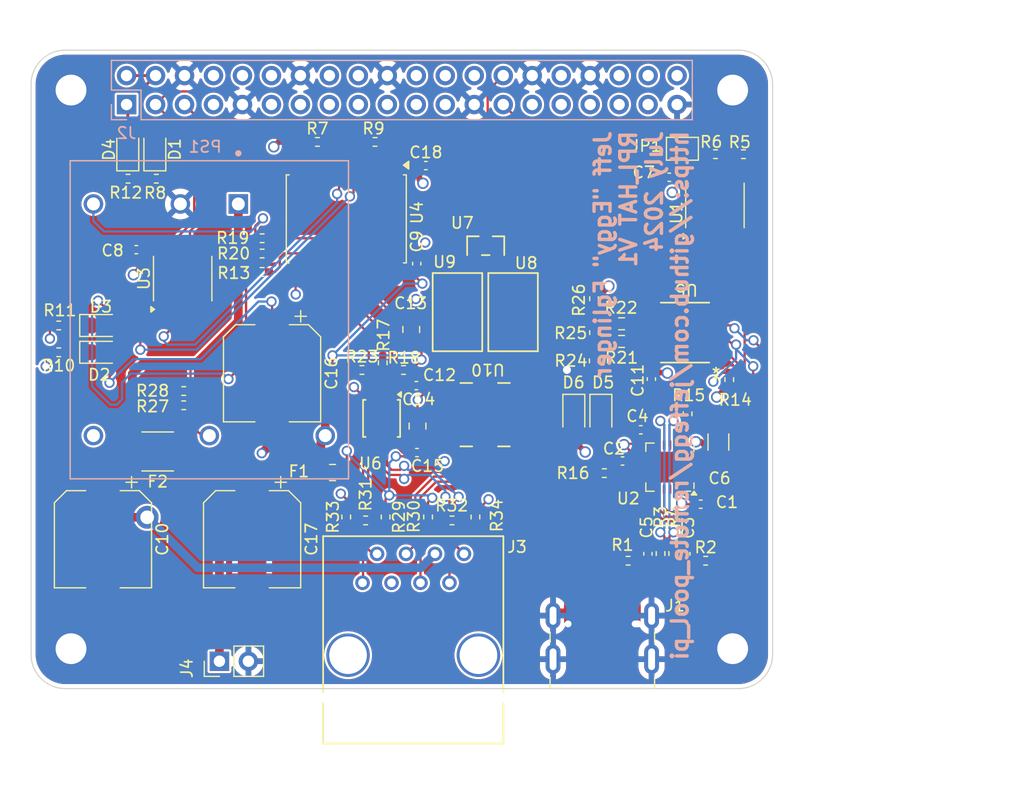
<source format=kicad_pcb>
(kicad_pcb (version 20240108) (generator "pcbnew") (generator_version "8.0")
  (title_block (date "15 nov 2012"))
  (layers (0 "F.Cu" signal) (1 "In1.Cu" signal) (2 "In2.Cu" signal) (31 "B.Cu" signal) (34 "B.Paste" user) (35 "F.Paste" user) (36 "B.SilkS" user "B.Silkscreen") (37 "F.SilkS" user "F.Silkscreen") (38 "B.Mask" user) (39 "F.Mask" user) (44 "Edge.Cuts" user))
  (net 0 "")
  (net 1 "GND")
  (net 2 "/GPIO2{slash}SDA1")
  (net 3 "/GPIO3{slash}SCL1")
  (net 4 "/GPIO4{slash}GPCLK0")
  (net 5 "/GPIO14{slash}TXD0")
  (net 6 "/GPIO15{slash}RXD0")
  (net 7 "/GPIO17")
  (net 8 "/GPIO18{slash}PCM.CLK")
  (net 9 "/GPIO27")
  (net 10 "/GPIO22")
  (net 11 "/GPIO23")
  (net 12 "/GPIO24")
  (net 13 "/GPIO10{slash}SPI0.MOSI")
  (net 14 "/GPIO9{slash}SPI0.MISO")
  (net 15 "/GPIO25")
  (net 16 "/GPIO11{slash}SPI0.SCLK")
  (net 17 "/GPIO8{slash}SPI0.CE0")
  (net 18 "/GPIO7{slash}SPI0.CE1")
  (net 19 "/ID_SDA")
  (net 20 "/ID_SCL")
  (net 21 "/GPIO5")
  (net 22 "/GPIO6")
  (net 23 "/GPIO12{slash}PWM0")
  (net 24 "/GPIO13{slash}PWM1")
  (net 25 "/GPIO19{slash}PCM.FS")
  (net 26 "/GPIO16")
  (net 27 "/GPIO26")
  (net 28 "/GPIO20{slash}PCM.DIN")
  (net 29 "/GPIO21{slash}PCM.DOUT")
  (net 30 "+5V")
  (net 31 "+3.3V")
  (net 32 "/D_P")
  (net 33 "/D_N")
  (net 34 "/GND_ISO")
  (net 35 "/+5V_ISO")
  (net 36 "/+24V_FUSED_CAT")
  (net 37 "/+5V_FUSED_CAT")
  (net 38 "/+24V")
  (net 39 "Net-(D1-K)")
  (net 40 "Net-(D2-K)")
  (net 41 "Net-(D3-K)")
  (net 42 "Net-(D4-K)")
  (net 43 "Net-(D5-K)")
  (net 44 "Net-(D6-K)")
  (net 45 "Net-(J1-CC2)")
  (net 52 "Net-(J1-CC1)")
  (net 53 "/RS485_P")
  (net 54 "/DSCL_N")
  (net 55 "/DSDA_P")
  (net 56 "/DSCL_P")
  (net 57 "/DSDA_N")
  (net 58 "/RS485_N")
  (net 59 "Net-(JP1-A)")
  (net 60 "/TRIM")
  (net 61 "/VR_EN")
  (net 62 "/USB_N")
  (net 63 "/USB_P")
  (net 64 "/SDA_ISO")
  (net 65 "/SCL_ISO")
  (net 66 "Net-(U4-INB)")
  (net 67 "/PWREN")
  (net 68 "/TXLED")
  (net 69 "/RXLED")
  (net 70 "/EN_SW")
  (net 71 "/I2C_EN_ISO")
  (net 72 "/PRO_RS485_N")
  (net 73 "/PRO_RS485_P")
  (net 81 "/RXD")
  (net 83 "/TXD")
  (net 85 "/TXDEN")
  (net 88 "/EN_I2C")
  (net 89 "/FUSED_5V_STATE")
  (net 94 "/R_RS485_N")
  (net 95 "/R_RS485_P")
  (footprint "Capacitor_SMD:CP_Elec_8x10" (layer "F.Cu") (at 121.125 72.3425 -90)
    (property "Reference" "C16")
    (property "Value" "33uF" (hide yes))
  )
  (footprint "Resistor_SMD:R_0402_1005Metric_Pad0.72x0.64mm_HandSolder" (layer "F.Cu") (at 110.975 55.275 180)
    (property "Reference" "R8")
    (property "Value" "270" (hide yes))
  )
  (footprint "MountingHole:MountingHole_2.7mm_M2.5" (layer "F.Cu") (at 161.5 47.5)
    (property "Reference" "MH2" (hide yes))
    (property "Value" "MountingHole_2.7mm_M2.5" (hide yes))
  )
  (footprint "Fuse:Fuse_0805_2012Metric_Pad1.15x1.40mm_HandSolder" (layer "F.Cu") (at 126.425 81.05)
    (property "Reference" "F1")
    (property "Value" "Polyfuse_Small" (hide yes))
  )
  (footprint "Resistor_SMD:R_0402_1005Metric_Pad0.72x0.64mm_HandSolder" (layer "F.Cu") (at 108.5 55.275)
    (property "Reference" "R12")
    (property "Value" "270" (hide yes))
  )
  (footprint "Capacitor_SMD:C_0402_1005Metric_Pad0.74x0.62mm_HandSolder" (layer "F.Cu") (at 154.375 72.85 -90)
    (property "Reference" "C11")
    (property "Value" "0.1uF" (hide yes))
  )
  (footprint "Capacitor_SMD:C_0402_1005Metric_Pad0.74x0.62mm_HandSolder" (layer "F.Cu") (at 133.8075 62.725 90)
    (property "Reference" "C9")
    (property "Value" "0.1uF" (hide yes))
  )
  (footprint "Package_DFN_QFN:QFN-20-1EP_4x4mm_P0.5mm_EP2.5x2.5mm" (layer "F.Cu") (at 156 80.575 180)
    (property "Reference" "U2")
    (property "Value" "FT231XQ" (hide yes))
  )
  (footprint "Capacitor_SMD:C_1206_3216Metric_Pad1.33x1.80mm_HandSolder" (layer "F.Cu") (at 160.25 78.375 90)
    (property "Reference" "C6")
    (property "Value" "4.7uF" (hide yes))
  )
  (footprint "Package_SO:SOIC-8_3.9x4.9mm_P1.27mm" (layer "F.Cu") (at 113.29 64.035 90)
    (property "Reference" "U3")
    (property "Value" "PCA9536D" (hide yes))
  )
  (footprint "footprints:IC3_2038-15-SM-RPLF_BRN" (layer "F.Cu") (at 139.8 75.975 180)
    (property "Reference" "U10")
    (property "Value" "2038-15-SM-RPLF" (hide yes))
  )
  (footprint "Capacitor_SMD:C_0402_1005Metric_Pad0.74x0.62mm_HandSolder" (layer "F.Cu") (at 158.7 83.825)
    (property "Reference" "C1")
    (property "Value" "0.1uF" (hide yes))
  )
  (footprint "Resistor_SMD:R_0402_1005Metric_Pad0.72x0.64mm_HandSolder" (layer "F.Cu") (at 157.55 75.9 -90)
    (property "Reference" "R15")
    (property "Value" "270" (hide yes))
  )
  (footprint "Resistor_SMD:R_0402_1005Metric_Pad0.72x0.64mm_HandSolder" (layer "F.Cu") (at 102.425 68.15 180)
    (property "Reference" "R11")
    (property "Value" "270" (hide yes))
  )
  (footprint "Package_SO:SOIC-16W_7.5x10.3mm_P1.27mm" (layer "F.Cu") (at 127.63 58.8 -90)
    (property "Reference" "U4")
    (property "Value" "ISO1642DWR" (hide yes))
  )
  (footprint "Resistor_SMD:R_0402_1005Metric_Pad0.72x0.64mm_HandSolder" (layer "F.Cu") (at 129.325 85.25 180)
    (property "Reference" "R31")
    (property "Value" "120" (hide yes))
  )
  (footprint "Capacitor_SMD:C_0402_1005Metric_Pad0.74x0.62mm_HandSolder" (layer "F.Cu") (at 133.825 79.3)
    (property "Reference" "C15")
    (property "Value" "0.1uF" (hide yes))
  )
  (footprint "Resistor_SMD:R_0402_1005Metric_Pad0.72x0.64mm_HandSolder" (layer "F.Cu") (at 155.179 88.155 90)
    (property "Reference" "R3")
    (property "Value" "27" (hide yes))
  )
  (footprint "LED_SMD:LED_0805_2012Metric_Pad1.15x1.40mm_HandSolder" (layer "F.Cu") (at 110.85 52.725 90)
    (property "Reference" "D1")
    (property "Value" "LED" (hide yes))
  )
  (footprint "Resistor_SMD:R_0402_1005Metric_Pad0.72x0.64mm_HandSolder" (layer "F.Cu") (at 159.1355 88.785)
    (property "Reference" "R2")
    (property "Value" "5.1k" (hide yes))
  )
  (footprint "Jumper:SolderJumper-2_P1.3mm_Open_Pad1.0x1.5mm" (layer "F.Cu") (at 157.095 52.65 180)
    (property "Reference" "JP1")
    (property "Value" "SolderJumper_2_Open" (hide yes))
  )
  (footprint "Resistor_SMD:R_0402_1005Metric_Pad0.72x0.64mm_HandSolder" (layer "F.Cu") (at 120.2525 60.5)
    (property "Reference" "R19")
    (property "Value" "DNI" (hide yes))
  )
  (footprint "Capacitor_SMD:C_0402_1005Metric_Pad0.74x0.62mm_HandSolder" (layer "F.Cu") (at 109.225 61.5 180)
    (property "Reference" "C8")
    (property "Value" "0.1uF" (hide yes))
  )
  (footprint "Capacitor_SMD:C_0402_1005Metric_Pad0.74x0.62mm_HandSolder" (layer "F.Cu") (at 157.4 88.175 90)
    (property "Reference" "C3")
    (property "Value" "47pF" (hide yes))
  )
  (footprint "LED_SMD:LED_0805_2012Metric_Pad1.15x1.40mm_HandSolder" (layer "F.Cu") (at 149.95 76.05 -90)
    (property "Reference" "D5")
    (property "Value" "LED" (hide yes))
  )
  (footprint "Package_SO:TSSOP-10_3x3mm_P0.5mm" (layer "F.Cu") (at 130.725 76.3 -90)
    (property "Reference" "U6")
    (property "Value" "PCA9615DP" (hide yes))
  )
  (footprint "Capacitor_SMD:C_0805_2012Metric" (layer "F.Cu") (at 133.875 76.975 90)
    (property "Reference" "C14")
    (property "Value" "1uF" (hide yes))
  )
  (footprint "Capacitor_SMD:C_0402_1005Metric_Pad0.74x0.62mm_HandSolder" (layer "F.Cu") (at 154.0735 88.175 90)
    (property "Reference" "C5")
    (property "Value" "47pF" (hide yes))
  )
  (footprint "Fuse:Fuse_1812_4532Metric_Pad1.30x3.40mm_HandSolder" (layer "F.Cu") (at 111.1 79.2 180)
    (property "Reference" "F2")
    (property "Value" "Polyfuse_Small" (hide yes))
  )
  (footprint "Resistor_SMD:R_0402_1005Metric_Pad0.72x0.64mm_HandSolder" (layer "F.Cu") (at 136.9 85.25)
    (property "Reference" "R32")
    (property "Value" "120" (hide yes))
  )
  (footprint "Resistor_SMD:R_0402_1005Metric_Pad0.72x0.64mm_HandSolder" (layer "F.Cu") (at 159.995 53.125)
    (property "Reference" "R6")
    (property "Value" "3.9k" (hide yes))
  )
  (footprint "Resistor_SMD:R_0402_1005Metric_Pad0.72x0.64mm_HandSolder" (layer "F.Cu") (at 127.625 84.9475 90)
    (property "Reference" "R33")
    (property "Value" "600" (hide yes))
  )
  (footprint "Package_SO:SOIC-8_3.9x4.9mm_P1.27mm" (layer "F.Cu") (at 159.945 57.625 90)
    (property "Reference" "U1")
    (property "Value" "CAT24C256" (hide yes))
  )
  (footprint "Resistor_SMD:R_0402_1005Metric_Pad0.72x0.64mm_HandSolder" (layer "F.Cu") (at 120.25 63.45 180)
    (property "Reference" "R13")
    (property "Value" "100k" (hide yes))
  )
  (footprint "Connector_USB:USB_C_Receptacle_JAE_DX07S016JA1R1500" (layer "F.Cu") (at 150.075 96.275)
    (property "Reference" "J1")
    (property "Value" "USB_C_Receptacle_USB2.0_16P" (hide yes))
  )
  (footprint "Resistor_SMD:R_0402_1005Metric_Pad0.72x0.64mm_HandSolder" (layer "F.Cu") (at 132.6475 72.055 180)
    (property "Reference" "R18")
    (property "Value" "4.7k" (hide yes))
  )
  (footprint "footprints:TBU-CA065-200-WH" (layer "F.Cu") (at 137.375 66.9807 -90)
    (property "Reference" "U9")
    (property "Value" "TBU-CA065-200-WH" (hide yes))
  )
  (footprint "Resistor_SMD:R_0402_1005Metric_Pad0.72x0.64mm_HandSolder" (layer "F.Cu") (at 149.35 68.7725 90)
    (property "Reference" "R25")
    (property "Value" "120" (hide yes))
  )
  (footprint "Resistor_SMD:R_0402_1005Metric_Pad0.72x0.64mm_HandSolder" (layer "F.Cu") (at 149.35 65.8 90)
    (property "Reference" "R26")
    (property "Value" "DNI" (hide yes))
  )
  (footprint "Resistor_SMD:R_0402_1005Metric_Pad0.72x0.64mm_HandSolder" (layer "F.Cu") (at 129.0025 72.055)
    (property "Reference" "R23")
    (property "Value" "4.7K" (hide yes))
  )
  (footprint "Resistor_SMD:R_0402_1005Metric_Pad0.72x0.64mm_HandSolder" (layer "F.Cu") (at 161.2025 72.9 90)
    (property "Reference" "R14")
    (property "Value" "10k" (hide yes))
  )
  (footprint "Resistor_SMD:R_0402_1005Metric_Pad0.72x0.64mm_HandSolder" (layer "F.Cu") (at 130.825 71.425 90)
    (property "Reference" "R17")
    (property "Value" "DNI" (hide yes))
  )
  (footprint "MountingHole:MountingHole_2.7mm_M2.5" (layer "F.Cu") (at 103.5 96.5)
    (property "Reference" "MH3" (hide yes))
    (property "Value" "MountingHole_2.7mm_M2.5" (hide yes))
  )
  (footprint "Capacitor_SMD:CP_Elec_8x10" (layer "F.Cu") (at 106.3 86.9 -90)
    (property "Reference" "C10")
    (property "Value" "33uF" (hide yes))
  )
  (footprint "MountingHole:MountingHole_2.7mm_M2.5" (layer "F.Cu") (at 103.5 47.5)
    (property "Reference" "MH1" (hide yes))
    (property "Value" "MountingHole_2.7mm_M2.5" (hide yes))
  )
  (footprint "Resistor_SMD:R_0402_1005Metric_Pad0.72x0.64mm_HandSolder" (layer "F.Cu") (at 150.2525 81.1)
    (property "Reference" "R16")
    (property "Value" "270" (hide yes))
  )
  (footprint "Capacitor_SMD:C_0402_1005Metric_Pad0.74x0.62mm_HandSolder" (layer "F.Cu") (at 133.775 73.425)
    (property "Reference" "C12")
    (property "Value" "0.1uF" (hide yes))
  )
  (footprint "Resistor_SMD:R_0402_1005Metric_Pad0.72x0.64mm_HandSolder" (layer "F.Cu") (at 113.3775 73.9 180)
    (property "Reference" "R28")
    (property "Value" "DNI" (hide yes))
  )
  (footprint "Connector_PinHeader_2.54mm:PinHeader_1x02_P2.54mm_Vertical" (layer "F.Cu") (at 116.51 97.6 90)
    (property "Reference" "J4")
    (property "Value" "Screw_Terminal_01x02" (hide yes))
  )
  (footprint "LED_SMD:LED_0805_2012Metric_Pad1.15x1.40mm_HandSolder" (layer "F.Cu") (at 106.125 70.5)
    (property "Reference" "D2")
    (property "Value" "LED" (hide yes))
  )
  (footprint "Resistor_SMD:R_0402_1005Metric_Pad0.72x0.64mm_HandSolder" (layer "F.Cu") (at 156.2945 88.155 90)
    (property "Reference" "R4")
    (property "Value" "27" (hide yes))
  )
  (footprint "Resistor_SMD:R_0402_1005Metric_Pad0.72x0.64mm_HandSolder" (layer "F.Cu") (at 120.2525 61.8375)
    (property "Reference" "R20")
    (property "Value" "DNI" (hide yes))
  )
  (footprint "Resistor_SMD:R_0603_1608Metric_Pad0.98x0.95mm_HandSolder" (layer "F.Cu") (at 151.7625 68 180)
    (property "Reference" "R22")
    (property "Value" "10" (hide yes))
  )
  (footprint "Capacitor_SMD:C_0402_1005Metric_Pad0.74x0.62mm_HandSolder" (layer "F.Cu") (at 155.945 55.15 180)
    (property "Reference" "C7")
    (property "Value" "0.1uF" (hide yes))
  )
  (footprint "Resistor_SMD:R_0402_1005Metric_Pad0.72x0.64mm_HandSolder" (layer "F.Cu") (at 149.325 71.25 90)
    (property "Reference" "R24")
    (property "Value" "DNI" (hide yes))
  )
  (footprint "Resistor_SMD:R_0402_1005Metric_Pad0.72x0.64mm_HandSolder" (layer "F.Cu") (at 102.425 70.5 180)
    (property "Reference" "R10")
    (property "Value" "270" (hide yes))
  )
  (footprint "Resistor_SMD:R_0603_1608Metric_Pad0.98x0.95mm_HandSolder" (layer "F.Cu") (at 151.7625 69.55 180)
    (property "Reference" "R21")
    (property "Value" "10" (hide yes))
  )
  (footprint "Capacitor_SMD:C_0402_1005Metric_Pad0.74x0.62mm_HandSolder" (layer "F.Cu") (at 153.45 77.3 180)
    (property "Reference" "C4")
    (property "Value" "0.1uF" (hide yes))
  )
  (footprint "Resistor_SMD:R_0402_1005Metric_Pad0.72x0.64mm_HandSolder" (layer "F.Cu") (at 152.338 88.785 180)
    (property "Reference" "R1")
    (property "Value" "5.1k" (hide yes))
  )
  (footprint "LED_SMD:LED_0805_2012Metric_Pad1.15x1.40mm_HandSolder" (layer "F.Cu") (at 106.125 68.15)
    (property "Reference" "D3")
    (property "Value" "LED" (hide yes))
  )
  (footprint "MountingHole:MountingHole_2.7mm_M2.5" (layer "F.Cu") (at 161.5 96.5)
    (property "Reference" "MH4" (hide yes))
    (property "Value" "MountingHole_2.7mm_M2.5" (hide yes))
  )
  (footprint "Capacitor_SMD:C_0805_2012Metric" (layer "F.Cu") (at 133.325 68.5 90)
    (property "Reference" "C13")
    (property "Value" "1uF" (hide yes))
  )
  (footprint "footprints:TBU-CA065-200-WH" (layer "F.Cu") (at 142.25 66.9807 -90)
    (property "Reference" "U8")
    (property "Value" "TBU-CA065-200-WH" (hide yes))
  )
  (footprint "Resistor_SMD:R_0402_1005Metric_Pad0.72x0.64mm_HandSolder" (layer "F.Cu") (at 134.8 84.9475 -90)
    (property "Reference" "R30")
    (property "Value" "600" (hide yes))
  )
  (footprint "Resistor_SMD:R_0402_1005Metric_Pad0.72x0.64mm_HandSolder" (layer "F.Cu") (at 113.3775 75.15)
    (property "Reference" "R27")
    (property "Value" "DNI" (hide yes))
  )
  (footprint "Capacitor_SMD:CP_Elec_8x10" (layer "F.Cu") (at 119.375 86.9 -90)
    (property "Reference" "C17")
    (property "Value" "DNI-33uF" (hide yes))
  )
  (footprint "footprints:SOT_SM712" (layer "F.Cu") (at 139.850001 61.1525)
    (property "Reference" "U7")
    (property "Value" "CDSOT23-SM712" (hide yes))
  )
  (footprint "LED_SMD:LED_0805_2012Metric_Pad1.15x1.40mm_HandSolder" (layer "F.Cu") (at 147.5775 76.05 -90)
    (property "Reference" "D6")
    (property "Value" "LED" (hide yes))
  )
  (footprint "Capacitor_SMD:C_0402_1005Metric_Pad0.74x0.62mm_HandSolder" (layer "F.Cu") (at 151.85 80.0375 180)
    (property "Reference" "C2")
    (property "Value" "0.1uF" (hide yes))
  )
  (footprint "LED_SMD:LED_0805_2012Metric_Pad1.15x1.40mm_HandSolder" (layer "F.Cu") (at 108.4775 52.725 90)
    (property "Reference" "D4")
    (property "Value" "LED" (hide yes))
  )
  (footprint "Resistor_SMD:R_0402_1005Metric_Pad0.72x0.64mm_HandSolder" (layer "F.Cu") (at 125.1025 52.05)
    (property "Reference" "R7")
    (property "Value" "4.7k" (hide yes))
  )
  (footprint "Resistor_SMD:R_0402_1005Metric_Pad0.72x0.64mm_HandSolder" (layer "F.Cu") (at 162.445 53.125 180)
    (property "Reference" "R5")
    (property "Value" "3.9k" (hide yes))
  )
  (footprint "Capacitor_SMD:C_0402_1005Metric_Pad0.74x0.62mm_HandSolder" (layer "F.Cu") (at 134.6075 54.125)
    (property "Reference" "C18")
    (property "Value" "0.1uF" (hide yes))
  )
  (footprint "footprints:CONN8_2-908LF_AMP" (layer "F.Cu") (at 129.055 90.721)
    (property "Reference" "J3")
    (property "Value" "8P8C" (hide yes))
  )
  (footprint "Resistor_SMD:R_0402_1005Metric_Pad0.72x0.64mm_HandSolder" (layer "F.Cu") (at 130.1475 52.05 180)
    (property "Reference" "R9")
    (property "Value" "4.7k" (hide yes))
  )
  (footprint "Resistor_SMD:R_0402_1005Metric_Pad0.72x0.64mm_HandSolder" (layer "F.Cu") (at 138.95 84.9475 90)
    (property "Reference" "R34")
    (property "Value" "600" (hide yes))
  )
  (footprint "Resistor_SMD:R_0402_1005Metric_Pad0.72x0.64mm_HandSolder" (layer "F.Cu") (at 131.075 84.9475 -90)
    (property "Reference" "R29")
    (property "Value" "600" (hide yes))
  )
  (footprint "footprints:R_8_ADI" (layer "F.Cu") (at 157.325 68.775 180)
    (property "Reference" "U5")
    (property "Value" "ADM3485ARZ" (hide yes))
  )
  (footprint "Connector_PinSocket_2.54mm:PinSocket_2x20_P2.54mm_Vertical" (layer "B.Cu") (at 108.37 48.77 -90)
    (property "Reference" "J2")
    (property "Value" "Conn_02x20_Odd_Even" (hide yes))
  )
  (footprint "footprints:CONV_SHHD003A0A41Z" (layer "B.Cu") (at 115.625 67.65 180)
    (property "Reference" "PS1")
    (property "Value" "SHHD003A0A41Z" (hide yes))
  )
  (gr_arc (start 162 44) (mid 164.12132 44.87868) (end 165 47) (stroke (width 0.1)) (layer "Edge.Cuts"))
  (gr_line (start 165 97) (end 165 47) (stroke (width 0.1)) (layer "Edge.Cuts"))
  (gr_arc (start 103 100) (mid 100.87868 99.12132) (end 100 97) (stroke (width 0.1)) (layer "Edge.Cuts"))
  (gr_line (start 103 100) (end 162 100) (stroke (width 0.1)) (layer "Edge.Cuts"))
  (gr_arc (start 165 97) (mid 164.12132 99.12132) (end 162 100) (stroke (width 0.1)) (layer "Edge.Cuts"))
  (gr_arc (start 100 47) (mid 100.87868 44.87868) (end 103 44) (stroke (width 0.1)) (layer "Edge.Cuts"))
  (gr_line (start 100 47) (end 100 97) (stroke (width 0.1)) (layer "Edge.Cuts"))
  (gr_line (start 162 44) (end 103 44) (stroke (width 0.1)) (layer "Edge.Cuts"))
  (gr_text "Jeff {dblquote}Eggy{dblquote} Eglinger\nRPI_HAT V1\nJuly 2024\nhttps://github.com/jeffegg/remote_pool_pi" (at 157.696943 50.935195 90) (layer "B.SilkS") (effects (font (size 1.4 1.4) (thickness 0.3) (bold yes)) (justify left bottom mirror)))
  (segment (start 154.0625 80.575) (end 156 80.575) (width 0.2) (layer "F.Cu") (net 1))
  (segment (start 147.1775 71.8475) (end 146.975 72.05) (width 0.2) (layer "F.Cu") (net 1))
  (segment (start 157.9375 80.575) (end 156 80.575) (width 0.2) (layer "F.Cu") (net 1))
  (segment (start 149.325 71.8475) (end 147.1775 71.8475) (width 0.2) (layer "F.Cu") (net 1))
  (via (at 146.975 72.05) (size 1) (drill 0.7) (layers "F.Cu" "B.Cu") (net 1))
  (segment (start 112.655 60.585001) (end 114.3 58.940001) (width 0.2) (layer "F.Cu") (net 2))
  (segment (start 112.655 61.56) (end 112.655 60.585001) (width 0.2) (layer "F.Cu") (net 2))
  (segment (start 114.6 49.354314) (end 114.6 48.293654) (width 0.2) (layer "F.Cu") (net 2))
  (segment (start 114.6 48.293654) (end 113.926346 47.62) (width 0.2) (layer "F.Cu") (net 2))
  (segment (start 127.75 52.05) (end 126.35 50.65) (width 0.2) (layer "F.Cu") (net 2))
  (segment (start 115.895686 50.65) (end 114.6 49.354314) (width 0.2) (layer "F.Cu") (net 2))
  (segment (start 129.55 52.05) (end 127.75 52.05) (width 0.2) (layer "F.Cu") (net 2))
  (segment (start 114.3 58.940001) (end 114.3 52.16) (width 0.2) (layer "F.Cu") (net 2))
  (segment (start 112.06 47.62) (end 110.91 48.77) (width 0.2) (layer "F.Cu") (net 2))
  (segment (start 129.535 54.15) (end 129.535 52.065) (width 0.2) (layer "F.Cu") (net 2))
  (segment (start 129.535 52.065) (end 129.55 52.05) (width 0.2) (layer "F.Cu") (net 2))
  (segment (start 113.926346 47.62) (end 112.06 47.62) (width 0.2) (layer "F.Cu") (net 2))
  (segment (start 114.3 52.16) (end 110.91 48.77) (width 0.2) (layer "F.Cu") (net 2))
  (segment (start 126.35 50.65) (end 115.895686 50.65) (width 0.2) (layer "F.Cu") (net 2))
  (segment (start 113.925 59.880687) (end 114.7 59.105686) (width 0.2) (layer "F.Cu") (net 3))
  (segment (start 115.73 51.05) (end 113.45 48.77) (width 0.2) (layer "F.Cu") (net 3))
  (segment (start 125.517472 52.05) (end 124.517472 51.05) (width 0.2) (layer "F.Cu") (net 3))
  (segment (start 114.7 50.02) (end 113.45 48.77) (width 0.2) (layer "F.Cu") (net 3))
  (segment (start 113.925 61.56) (end 113.925 59.880687) (width 0.2) (layer "F.Cu") (net 3))
  (segment (start 114.7 59.105686) (end 114.7 50.02) (width 0.2) (layer "F.Cu") (net 3))
  (segment (start 125.7 52.05) (end 125.517472 52.05) (width 0.2) (layer "F.Cu") (net 3))
  (segment (start 124.517472 51.05) (end 115.73 51.05) (width 0.2) (layer "F.Cu") (net 3))
  (segment (start 125.725 52.075) (end 125.7 52.05) (width 0.2) (layer "F.Cu") (net 3))
  (segment (start 125.725 54.15) (end 125.725 52.075) (width 0.2) (layer "F.Cu") (net 3))
  (segment (start 161.8475 55.1475) (end 161.85 55.15) (width 0.2) (layer "F.Cu") (net 19))
  (segment (start 161.8475 53.125) (end 159.7475 51.025) (width 0.2) (layer "F.Cu") (net 19))
  (segment (start 143.645 51.025) (end 141.39 48.77) (width 0.2) (layer "F.Cu") (net 19))
  (segment (start 161.8475 53.125) (end 161.8475 55.1475) (width 0.2) (layer "F.Cu") (net 19))
  (segment (start 159.7475 51.025) (end 143.645 51.025) (width 0.2) (layer "F.Cu") (net 19))
  (segment (start 140.025 47.595) (end 141.39 46.23) (width 0.2) (layer "F.Cu") (net 20))
  (segment (start 160.5925 53.125) (end 160.5925 55.1375) (width 0.2) (layer "F.Cu") (net 20))
  (segment (start 141.35 51.425) (end 140.025 50.1) (width 0.2) (layer "F.Cu") (net 20))
  (segment (start 160.5925 53.125) (end 158.8925 51.425) (width 0.2) (layer "F.Cu") (net 20))
  (segment (start 140.025 50.1) (end 140.025 47.595) (width 0.2) (layer "F.Cu") (net 20))
  (segment (start 158.8925 51.425) (end 141.35 51.425) (width 0.2) (layer "F.Cu") (net 20))
  (segment (start 160.5925 55.1375) (end 160.58 55.15) (width 0.2) (layer "F.Cu") (net 20))
  (segment (start 109.733 47.407) (end 110.91 46.23) (width 0.254) (layer "F.Cu") (net 30))
  (segment (start 110.85 51.7) (end 109.733 50.583) (width 0.254) (layer "F.Cu") (net 30))
  (segment (start 108.37 46.23) (end 110.91 46.23) (width 0.254) (layer "F.Cu") (net 30))
  (segment (start 109.733 50.583) (end 109.733 47.407) (width 0.254) (layer "F.Cu") (net 30))
  (segment (start 134.015 54.15) (end 134.04 54.125) (width 0.5) (layer "F.Cu") (net 31))
  (segment (start 154.0175 77.3) (end 154.0175 78.0075) (width 0.2) (layer "F.Cu") (net 31))
  (segment (start 154.0625 79.575) (end 152.88 79.575) (width 0.2) (layer "F.Cu") (net 31))
  (segment (start 132.075 54.15) (end 132.075 52.45) (width 0.5) (layer "F.Cu") (net 31))
  (segment (start 159.8 56.625) (end 158.540001 56.625) (width 0.2) (layer "F.Cu") (net 31))
  (segment (start 157 83.75) (end 157 83.905) (width 0.2) (layer "F.Cu") (net 31))
  (segment (start 154.375 71.1662) (end 154.8612 70.68) (width 0.5) (layer "F.Cu") (net 31))
  (segment (start 160.25 79.9375) (end 160.25 79.875) (width 0.5) (layer "F.Cu") (net 31))
  (segment (start 159.85 56.575) (end 159.8 56.625) (width 0.2) (layer "F.Cu") (net 31))
  (segment (start 152.05 78.525) (end 151.975 78.6) (width 0.2) (layer "F.Cu") (net 31))
  (segment (start 158.540001 56.625) (end 158.04 56.124999) (width 0.2) (layer "F.Cu") (net 31))
  (segment (start 147.5775 77.075) (end 147.5775 78.2525) (width 0.5) (layer "F.Cu") (net 31))
  (segment (start 156.445 55.0825) (end 156.5125 55.15) (width 0.2) (layer "F.Cu") (net 31))
  (segment (start 157.125 83.825) (end 158.1325 83.825) (width 0.2) (layer "F.Cu") (net 31))
  (segment (start 158.925 78.55) (end 158.725 78.35) (width 0.5) (layer "F.Cu") (net 31))
  (segment (start 159.975 56.45) (end 159.8 56.625) (width 0.2) (layer "F.Cu") (net 31))
  (segment (start 108.4775 51.7) (end 108.4775 48.8775) (width 0.254) (layer "F.Cu") (net 31))
  (segment (start 157 82.6925) (end 158.1325 83.825) (width 0.2) (layer "F.Cu") (net 31))
  (segment (start 158.725 78.35) (end 158.275 78.35) (width 0.5) (layer "F.Cu") (net 31))
  (segment (start 153.5 78.525) (end 152.05 78.525) (width 0.2) (layer "F.Cu") (net 31))
  (segment (start 161.2025 73.4975) (end 161.0275 73.4975) (width 0.5) (layer "F.Cu") (net 31))
  (segment (start 109.8525 61.56) (end 109.7925 61.5) (width 0.5) (layer "F.Cu") (net 31))
  (segment (start 152.4175 80.0375) (end 152.4175 79.0425) (width 0.2) (layer "F.Cu") (net 31))
  (segment (start 149.95 77.075) (end 147.5775 77.075) (width 0.5) (layer "F.Cu") (net 31))
  (segment (start 108.4775 48.8775) (end 108.37 48.77) (width 0.254) (layer "F.Cu") (net 31))
  (segment (start 159.975 53.7025) (end 159.975 56.45) (width 0.2) (layer "F.Cu") (net 31))
  (segment (start 154.375 72.2825) (end 155.7325 72.2825) (width 0.5) (layer "F.Cu") (net 31))
  (segment (start 134.04 54.125) (end 134.04 55.365) (width 0.5) (layer "F.Cu") (net 31))
  (segment (start 159.8 56.625) (end 162.675 56.625) (width 0.2) (layer "F.Cu") (net 31))
  (segment (start 163.0425 56.2575) (end 163.0425 53.125) (width 0.2) (layer "F.Cu") (net 31))
  (segment (start 155 78.2825) (end 154.0175 77.3) (width 0.2) (layer "F.Cu") (net 31))
  (segment (start 152.88 79.575) (end 152.4175 80.0375) (width 0.2) (layer "F.Cu") (net 31))
  (segment (start 159.3975 53.125) (end 159.975 53.7025) (width 0.2) (layer "F.Cu") (net 31))
  (segment (start 156.5125 55.15) (end 158.04 55.15) (width 0.2) (layer "F.Cu") (net 31))
  (segment (start 161.0275 73.4975) (end 160.1 74.425) (width 0.5) (layer "F.Cu") (net 31))
  (segment (start 156.5125 56.1625) (end 156.2 56.475) (width 0.2) (layer "F.Cu") (net 31))
  (segment (start 157.025 83.725) (end 157.125 83.825) (width 0.2) (layer "F.Cu") (net 31))
  (segment (start 152.455 80.075) (end 152.4175 80.0375) (width 0.2) (layer "F.Cu") (net 31))
  (segment (start 162.675 56.625) (end 163.0425 56.2575) (width 0.2) (layer "F.Cu") (net 31))
  (segment (start 121.7 52.05) (end 121.275 52.475) (width 0.5) (layer "F.Cu") (net 31))
  (segment (start 150.1475 65.2025) (end 150.65 64.7) (width 0.5) (layer "F.Cu") (net 31))
  (segment (start 154.0175 78.0075) (end 153.5 78.525) (width 0.2) (layer "F.Cu") (net 31))
  (segment (start 160.25 79.875) (end 158.925 78.55) (width 0.5) (layer "F.Cu") (net 31))
  (segment (start 109.7925 62.8825) (end 108.975 63.7) (width 0.5) (layer "F.Cu") (net 31))
  (segment (start 124.505 52.05) (end 121.7 52.05) (width 0.5) (layer "F.Cu") (net 31))
  (segment (start 147.5775 78.2525) (end 148.575 79.25) (width 0.5) (layer "F.Cu") (net 31))
  (segment (start 152.4175 79.0425) (end 151.975 78.6) (width 0.2) (layer "F.Cu") (net 31))
  (segment (start 155.7325 72.2825) (end 155.775 72.325) (width 0.5) (layer "F.Cu") (net 31))
  (segment (start 158.04 56.124999) (end 158.04 55.15) (width 0.2) (layer "F.Cu") (net 31))
  (segment (start 149.35 65.2025) (end 150.1475 65.2025) (width 0.5) (layer "F.Cu") (net 31))
  (segment (start 155 78.6375) (end 155 78.2825) (width 0.2) (layer "F.Cu") (net 31))
  (segment (start 109.7925 61.5) (end 109.7925 62.8825) (width 0.5) (layer "F.Cu") (net 31))
  (segment (start 156.445 52.65) (end 156.445 55.0825) (width 0.2) (layer "F.Cu") (net 31))
  (segment (start 131.675 52.05) (end 130.745 52.05) (width 0.5) (layer "F.Cu") (net 31))
  (segment (start 157.025 83.725) (end 157 83.75) (width 0.2) (layer "F.Cu") (net 31))
  (segment (start 132.075 52.45) (end 131.675 52.05) (width 0.5) (layer "F.Cu") (net 31))
  (segment (start 154.375 72.2825) (end 154.375 71.1662) (width 0.5) (layer "F.Cu") (net 31))
  (segment (start 156.5125 55.15) (end 156.5125 56.1625) (width 0.2) (layer "F.Cu") (net 31))
  (segment (start 157 82.5125) (end 157 82.6925) (width 0.2) (layer "F.Cu") (net 31))
  (segment (start 132.075 54.15) (end 134.015 54.15) (width 0.5) (layer "F.Cu") (net 31))
  (segment (start 154.0625 80.075) (end 152.455 80.075) (width 0.2) (layer "F.Cu") (net 31))
  (segment (start 134.04 55.365) (end 134.35 55.675) (width 0.5) (layer "F.Cu") (net 31))
  (segment (start 111.385 61.56) (end 109.8525 61.56) (width 0.5) (layer "F.Cu") (net 31))
  (via (at 157.025 83.725) (size 1) (drill 0.7) (layers "F.Cu" "B.Cu") (net 31))
  (via (at 158.275 78.35) (size 1) (drill 0.7) (layers "F.Cu" "B.Cu") (net 31))
  (via (at 156.2 56.475) (size 1) (drill 0.7) (layers "F.Cu" "B.Cu") (net 31))
  (via (at 121.275 52.475) (size 1) (drill 0.7) (layers "F.Cu" "B.Cu") (net 31))
  (via (at 108.975 63.7) (size 1) (drill 0.7) (layers "F.Cu" "B.Cu") (net 31))
  (via (at 160.1 74.425) (size 1) (drill 0.7) (layers "F.Cu" "B.Cu") (net 31))
  (via (at 151.975 78.6) (size 1) (drill 0.7) (layers "F.Cu" "B.Cu") (net 31))
  (via (at 134.35 55.675) (size 1) (drill 0.7) (layers "F.Cu" "B.Cu") (net 31))
  (via (at 155.775 72.325) (size 1) (drill 0.7) (layers "F.Cu" "B.Cu") (net 31))
  (via (at 148.575 79.25) (size 1) (drill 0.7) (layers "F.Cu" "B.Cu") (net 31))
  (via (at 150.65 64.7) (size 1) (drill 0.7) (layers "F.Cu" "B.Cu") (net 31))
  (segment (start 149.8 93.761166) (end 149.8 93.615) (width 0.2) (layer "F.Cu") (net 32))
  (segment (start 156.2945 88.79) (end 155.96175 89.12275) (width 0.2) (layer "F.Cu") (net 32))
  (segment (start 150.325 93.59) (end 150.35 93.615) (width 0.2) (layer "F.Cu") (net 32))
  (segment (start 150.325 93.225) (end 150.325 93.59) (width 0.2) (layer "F.Cu") (net 32))
  (segment (start 156.2945 88.7525) (end 157.39 88.7525) (width 0.2) (layer "F.Cu") (net 32))
  (segment (start 150.325 93.85) (end 150.24546 93.92954) (width 0.2) (layer "F.Cu") (net 32))
  (segment (start 157.39 88.7525) (end 157.4 88.7425) (width 0.2) (layer "F.Cu") (net 32))
  (segment (start 155.96175 89.78145) (end 154.9432 90.8) (width 0.2) (layer "F.Cu") (net 32))
  (segment (start 154.9432 90.8) (end 150.7432 90.8) (width 0.2) (layer "F.Cu") (net 32))
  (segment (start 155.96175 89.12275) (end 155.96175 89.78145) (width 0.2) (layer "F.Cu") (net 32))
  (segment (start 150.7432 90.8) (end 149.8 91.7432) (width 0.2) (layer "F.Cu") (net 32))
  (segment (start 149.968374 93.92954) (end 149.8 93.761166) (width 0.2) (layer "F.Cu") (net 32))
  (segment (start 156.2945 88.7525) (end 156.2945 88.79) (width 0.2) (layer "F.Cu") (net 32))
  (segment (start 150.325 93.225) (end 150.325 93.85) (width 0.2) (layer "F.Cu") (net 32))
  (segment (start 149.8 93.615) (end 149.825 93.59) (width 0.2) (layer "F.Cu") (net 32))
  (segment (start 150.24546 93.92954) (end 149.968374 93.92954) (width 0.2) (layer "F.Cu") (net 32))
  (segment (start 150.35 93.615) (end 150.35 93.725) (width 0.2) (layer "F.Cu") (net 32))
  (segment (start 149.8 92.449999) (end 149.825 92.474999) (width 0.2) (layer "F.Cu") (net 32))
  (segment (start 149.825 93.59) (end 149.825 93.225) (width 0.2) (layer "F.Cu") (net 32))
  (segment (start 149.825 92.474999) (end 149.825 93.225) (width 0.2) (layer "F.Cu") (net 32))
  (segment (start 149.8 91.7432) (end 149.8 92.449999) (width 0.2) (layer "F.Cu") (net 32))
  (segment (start 155.169 88.7425) (end 155.179 88.7525) (width 0.2) (layer "F.Cu") (net 33))
  (segment (start 149.35 91.5568) (end 149.35 92.449999) (width 0.2) (layer "F.Cu") (net 33))
  (segment (start 149.731974 94.32954) (end 150.52046 94.32954) (width 0.2) (layer "F.Cu") (net 33))
  (segment (start 150.52046 94.32954) (end 150.8 94.05) (width 0.2) (layer "F.Cu") (net 33))
  (segment (start 149.35 93.615) (end 149.35 93.947566) (width 0.2) (layer "F.Cu") (net 33))
  (segment (start 149.35 92.449999) (end 149.325 92.474999) (width 0.2) (layer "F.Cu") (net 33))
  (segment (start 149.35 93.947566) (end 149.731974 94.32954) (width 0.2) (layer "F.Cu") (net 33))
  (segment (start 150.8 94.05) (end 150.8 93.615) (width 0.2) (layer "F.Cu") (net 33))
  (segment (start 155.51175 89.12275) (end 155.51175 89.59505) (width 0.2) (layer "F.Cu") (net 33))
  (segment (start 150.5568 90.35) (end 149.35 91.5568) (width 0.2) (layer "F.Cu") (net 33))
  (segment (start 155.179 88.79) (end 155.51175 89.12275) (width 0.2) (layer "F.Cu") (net 33))
  (segment (start 149.325 93.225) (end 149.325 93.59) (width 0.2) (layer "F.Cu") (net 33))
  (segment (start 155.51175 89.59505) (end 154.7568 90.35) (width 0.2) (layer "F.Cu") (net 33))
  (segment (start 154.7568 90.35) (end 150.5568 90.35) (width 0.2) (layer "F.Cu") (net 33))
  (segment (start 154.0735 88.7425) (end 155.169 88.7425) (width 0.2) (layer "F.Cu") (net 33))
  (segment (start 155.179 88.7525) (end 155.179 88.79) (width 0.2) (layer "F.Cu") (net 33))
  (segment (start 150.8 93.615) (end 150.825 93.59) (width 0.2) (layer "F.Cu") (net 33))
  (segment (start 149.325 92.474999) (end 149.325 93.225) (width 0.2) (layer "F.Cu") (net 33))
  (segment (start 149.325 93.59) (end 149.35 93.615) (width 0.2) (layer "F.Cu") (net 33))
  (segment (start 150.825 93.59) (end 150.825 93.225) (width 0.2) (layer "F.Cu") (net 33))
  (segment (start 127.625 84.35) (end 127.625 83.375) (width 0.2) (layer "F.Cu") (net 34))
  (segment (start 121.125 75.5925) (end 121.125 78.45) (width 0.762) (layer "F.Cu") (net 34))
  (segment (start 123.185 63.45) (end 123.185 65.41) (width 0.2) (layer "F.Cu") (net 34))
  (segment (start 134.3425 73.425) (end 134.3425 74.2325) (width 0.2) (layer "F.Cu") (net 34))
  (segment (start 133.325 67.55) (end 133.325 66.225) (width 0.2) (layer "F.Cu") (net 34))
  (segment (start 138.95 84.35) (end 139.15 84.35) (width 0.2) (layer "F.Cu") (net 34))
  (segment (start 129.725 74.15) (end 128.9 74.15) (width 0.2) (layer "F.Cu") (net 34))
  (segment (start 133.325 66.225) (end 133.725 65.825) (width 0.2) (layer "F.Cu") (net 34))
  (segment (start 134.3925 79.3) (end 135.1 79.3) (width 0.2) (layer "F.Cu") (net 34))
  (segment (start 101.65 68.3275) (end 101.8275 68.15) (width 0.2) (layer "F.Cu") (net 34))
  (segment (start 101.275 71.725) (end 101.275 71.0525) (width 0.2) (layer "F.Cu") (net 34))
  (segment (start 133.875 74.7) (end 133.9 74.675) (width 0.2) (layer "F.Cu") (net 34))
  (segment (start 134.3425 74.2325) (end 133.9 74.675) (width 0.2) (layer "F.Cu") (net 34))
  (segment (start 133.875 76.025) (end 133.875 74.7) (width 0.2) (layer "F.Cu") (net 34))
  (segment (start 133.8075 61.6175) (end 134.55 60.875) (width 0.2) (layer "F.Cu") (net 34))
  (segment (start 127.625 83.375) (end 127.15 82.9) (width 0.2) (layer "F.Cu") (net 34))
  (segment (start 135.875 80.075) (end 136.225 80.075) (width 0.2) (layer "F.Cu") (net 34))
  (segment (start 136.225 80.075) (end 136.25 80.05) (width 0.2) (layer "F.Cu") (net 34))
  (segment (start 101.65 69.3) (end 101.65 68.3275) (width 0.2) (layer "F.Cu") (net 34))
  (segment (start 135.1 79.3) (end 135.875 80.075) (width 0.2) (layer "F.Cu") (net 34))
  (segment (start 123.185 65.41) (end 123.2 65.425) (width 0.2) (layer "F.Cu") (net 34))
  (segment (start 133.8075 62.1575) (end 133.8075 61.6175) (width 0.2) (layer "F.Cu") (net 34))
  (segment (start 121.125 78.45) (end 120.225 79.35) (width 0.762) (layer "F.Cu") (net 34))
  (segment (start 128.9 74.15) (end 128.3 73.55) (width 0.2) (layer "F.Cu") (net 34))
  (segment (start 139.15 84.35) (end 140.1 83.4) (width 0.2) (layer "F.Cu") (net 34))
  (segment (start 101.275 71.0525) (end 101.8275 70.5) (width 0.2) (layer "F.Cu") (net 34))
  (via (at 134.55 60.875) (size 0.9) (drill 0.6) (layers "F.Cu" "B.Cu") (net 34))
  (via (at 140.1 83.4) (size 0.9) (drill 0.6) (layers "F.Cu" "B.Cu") (net 34))
  (via (at 101.275 71.725) (size 0.9) (drill 0.6) (layers "F.Cu" "B.Cu") (net 34))
  (via (at 123.2 65.425) (size 0.9) (drill 0.6) (layers "F.Cu" "B.Cu") (net 34))
  (via (at 128.3 73.55) (size 0.9) (drill 0.6) (layers "F.Cu" "B.Cu") (net 34))
  (via (at 101.65 69.3) (size 0.9) (drill 0.6) (layers "F.Cu" "B.Cu") (net 34))
  (via (at 133.9 74.675) (size 0.9) (drill 0.6) (layers "F.Cu" "B.Cu") (net 34))
  (via (at 133.725 65.825) (size 0.9) (drill 0.6) (layers "F.Cu" "B.Cu") (net 34))
  (via (at 120.225 79.35) (size 0.9) (drill 0.6) (layers "F.Cu" "B.Cu") (net 34))
  (via (at 127.15 82.9) (size 0.9) (drill 0.6) (layers "F.Cu" "B.Cu") (net 34))
  (via (at 136.25 80.05) (size 0.9) (drill 0.6) (layers "F.Cu" "B.Cu") (net 34))
  (segment (start 133.32 72.055) (end 134.225 71.15) (width 0.2) (layer "F.Cu") (net 35))
  (segment (start 132.075 63.45) (end 133.65 63.45) (width 0.2) (layer "F.Cu") (net 35))
  (segment (start 121.125 66.1) (end 121.075 66.05) (width 0.2) (layer "F.Cu") (net 35))
  (segment (start 133.8075 63.9825) (end 134.3 64.475) (width 0.2) (layer "F.Cu") (net 35))
  (segment (start 126.425 73.1125) (end 125.785 73.7525) (width 0.2) (layer "F.Cu") (net 35))
  (segment (start 107.15 72.35) (end 107.15 70.5) (width 0.2) (layer "F.Cu") (net 35))
  (segment (start 121.125 69.0925) (end 121.125 66.1) (width 0.2) (layer "F.Cu") (net 35))
  (segment (start 128.405 72.055) (end 127.4825 72.055) (width 0.2) (layer "F.Cu") (net 35))
  (segment (start 126.425 70.775) (end 126.425 73.1125) (width 0.2) (layer "F.Cu") (net 35))
  (segment (start 132.4825 74.15) (end 133.2075 73.425) (width 0.2) (layer "F.Cu") (net 35))
  (segment (start 131.725 74.15) (end 132.4825 74.15) (width 0.2) (layer "F.Cu") (net 35))
  (segment (start 125.4 81.05) (end 125.4 78.195) (width 0.762) (layer "F.Cu") (net 35))
  (segment (start 125.4 78.195) (end 125.785 77.81) (width 0.762) (layer "F.Cu") (net 35))
  (segment (start 127.4825 72.055) (end 126.425 73.1125) (width 0.2) (layer "F.Cu") (net 35))
  (segment (start 133.245 72.055) (end 133.32 72.055) (width 0.2) (layer "F.Cu") (net 35))
  (segment (start 106.875 72.625) (end 107.15 72.35) (width 0.2) (layer "F.Cu") (net 35))
  (segment (start 133.65 63.45) (end 133.8075 63.2925) (width 0.2) (layer "F.Cu") (net 35))
  (segment (start 133.2075 72.0925) (end 133.245 72.055) (width 0.2) (layer "F.Cu") (net 35))
  (segment (start 125.785 73.7525) (end 121.125 69.0925) (width 0.762) (layer "F.Cu") (net 35))
  (segment (start 134.225 70.35) (end 134.225 71.15) (width 0.2) (layer "F.Cu") (net 35))
  (segment (start 133.325 69.45) (end 134.225 70.35) (width 0.2) (layer "F.Cu") (net 35))
  (segment (start 133.8075 63.2925) (end 133.8075 63.9825) (width 0.2) (layer "F.Cu") (net 35))
  (segment (start 133.2075 73.425) (end 133.2075 72.0925) (width 0.2) (layer "F.Cu") (net 35))
  (segment (start 106.875 73.175) (end 106.875 72.625) (width 0.2) (layer "F.Cu") (net 35))
  (segment (start 125.785 77.81) (end 125.785 73.7525) (width 0.762) (layer "F.Cu") (net 35))
  (via (at 121.075 66.05) (size 0.9) (drill 0.6) (layers "F.Cu" "B.Cu") (net 35))
  (via (at 106.875 73.175) (size 0.9) (drill 0.6) (layers "F.Cu" "B.Cu") (net 35))
  (via (at 134.3 64.475) (size 0.9) (drill 0.6) (layers "F.Cu" "B.Cu") (net 35))
  (via (at 134.225 71.15) (size 0.9) (drill 0.6) (layers "F.Cu" "B.Cu") (net 35))
  (via (at 126.425 70.775) (size 0.9) (drill 0.6) (layers "F.Cu" "B.Cu") (net 35))
  (segment (start 134.225 71.15) (end 133.85 70.775) (width 0.2) (layer "B.Cu") (net 35))
  (segment (start 133.85 70.775) (end 126.425 70.775) (width 0.2) (layer "B.Cu") (net 35))
  (segment (start 114.875 71.1) (end 108.95 71.1) (width 0.2) (layer "B.Cu") (net 35))
  (segment (start 121.075 66.05) (end 119.925 66.05) (width 0.2) (layer "B.Cu") (net 35))
  (segment (start 132.725 64.475) (end 126.425 70.775) (width 0.2) (layer "B.Cu") (net 35))
  (segment (start 119.925 66.05) (end 114.875 71.1) (width 0.2) (layer "B.Cu") (net 35))
  (segment (start 108.95 71.1) (end 106.875 73.175) (width 0.2) (layer "B.Cu") (net 35))
  (segment (start 134.3 64.475) (end 132.725 64.475) (width 0.2) (layer "B.Cu") (net 35))
  (segment (start 113.975 71.9) (end 113.5 71.425) (width 0.2) (layer "F.Cu") (net 36))
  (segment (start 110.175 84.975) (end 107.625 84.975) (width 0.762) (layer "F.Cu") (net 36))
  (segment (start 106.3 81.775) (end 108.875 79.2) (width 0.762) (layer "F.Cu") (net 36))
  (segment (start 113.5 71.425) (end 109.85 71.425) (width 0.762) (layer "F.Cu") (net 36))
  (segment (start 118.165 57.49) (end 118.165 67.785) (width 0.762) (layer "F.Cu") (net 36))
  (segment (start 118.165 67.785) (end 114.525 71.425) (width 0.762) (layer "F.Cu") (net 36))
  (segment (start 106.3 83.65) (end 106.3 81.775) (width 0.762) (layer "F.Cu") (net 36))
  (segment (start 114.525 71.425) (end 113.5 71.425) (width 0.762) (layer "F.Cu") (net 36))
  (segment (start 107.625 84.975) (end 106.3 83.65) (width 0.762) (layer "F.Cu") (net 36))
  (segment (start 113.975 73.9) (end 113.975 71.9) (width 0.2) (layer "F.Cu") (net 36))
  (segment (start 108.875 72.4) (end 108.875 79.2) (width 0.762) (layer "F.Cu") (net 36))
  (segment (start 109.85 71.425) (end 108.875 72.4) (width 0.762) (layer "F.Cu") (net 36))
  (via (at 110.175 84.975) (size 2) (drill 1.2) (layers "F.Cu" "B.Cu") (net 36))
  (segment (start 134.189 89.397) (end 114.597 89.397) (width 0.762) (layer "B.Cu") (net 36))
  (segment (start 135.405 88.181) (end 134.189 89.397) (width 0.762) (layer "B.Cu") (net 36))
  (segment (start 114.597 89.397) (end 110.175 84.975) (width 0.762) (layer "B.Cu") (net 36))
  (segment (start 119.775 72.6) (end 123.025 72.6) (width 0.2) (layer "F.Cu") (net 37))
  (segment (start 105.875 65.975) (end 107.15 67.25) (width 0.2) (layer "F.Cu") (net 37))
  (segment (start 124.425 83.1) (end 125.4 83.1) (width 0.2) (layer "F.Cu") (net 37))
  (segment (start 118.996 63.45) (end 118.846 63.6) (width 0.2) (layer "F.Cu") (net 37))
  (segment (start 118.479 71.671) (end 117.3 72.85) (width 0.2) (layer "F.Cu") (net 37))
  (segment (start 127.675 80.825) (end 127.45 81.05) (width 0.2) (layer "F.Cu") (net 37))
  (segment (start 134.8 84.35) (end 134.8 83.628862) (width 0.2) (layer "F.Cu") (net 37))
  (segment (start 133.2575 78.5425) (end 133.875 77.925) (width 0.2) (layer "F.Cu") (net 37))
  (segment (start 131.975 79.625) (end 132.9325 79.625) (width 0.2) (layer "F.Cu") (net 37))
  (segment (start 132.9325 79.625) (end 133.2575 79.3) (width 0.2) (layer "F.Cu") (net 37))
  (segment (start 131.075 83.375) (end 131.4 83.05) (width 0.2) (layer "F.Cu") (net 37))
  (segment (start 118.846 71.671) (end 119.775 72.6) (width 0.2) (layer "F.Cu") (net 37))
  (segment (start 107.15 67.25) (end 107.15 68.15) (width 0.2) (layer "F.Cu") (net 37))
  (segment (start 123.025 72.6) (end 123.775 73.35) (width 0.2) (layer "F.Cu") (net 37))
  (segment (start 132.575 79.3) (end 131.725 78.45) (width 0.2) (layer "F.Cu") (net 37))
  (segment (start 119.6525 63.45) (end 118.996 63.45) (width 0.2) (layer "F.Cu") (net 37))
  (segment (start 133.2575 79.3) (end 133.2575 78.5425) (width 0.2) (layer "F.Cu") (net 37))
  (segment (start 123.775 73.35) (end 123.775 82.45) (width 0.2) (layer "F.Cu") (net 37))
  (segment (start 131.075 84.35) (end 131.075 83.375) (width 0.2) (layer "F.Cu") (net 37))
  (segment (start 118.846 71.671) (end 118.479 71.671) (width 0.2) (layer "F.Cu") (net 37))
  (segment (start 125.4 83.1) (end 127.45 81.05) (width 0.2) (layer "F.Cu") (net 37))
  (segment (start 133.2575 79.3) (end 132.575 79.3) (width 0.2) (layer "F.Cu") (net 37))
  (segment (start 118.846 63.6) (end 118.846 71.671) (width 0.2) (layer "F.Cu") (net 37))
  (segment (start 123.775 82.45) (end 124.425 83.1) (width 0.2) (layer "F.Cu") (net 37))
  (segment (start 127.675 79.15) (end 127.675 80.825) (width 0.2) (layer "F.Cu") (net 37))
  (segment (start 134.8 83.628862) (end 135.164431 83.264431) (width 0.2) (layer "F.Cu") (net 37))
  (via (at 105.875 65.975) (size 0.9) (drill 0.6) (layers "F.Cu" "B.Cu") (net 37))
  (via (at 135.164431 83.264431) (size 0.9) (drill 0.6) (layers "F.Cu" "B.Cu") (net 37))
  (via (at 131.975 79.625) (size 0.9) (drill 0.6) (layers "F.Cu" "B.Cu") (net 37))
  (via (at 117.3 72.85) (size 0.9) (drill 0.6) (layers "F.Cu" "B.Cu") (net 37))
  (via (at 127.675 79.15) (size 0.9) (drill 0.6) (layers "F.Cu" "B.Cu") (net 37))
  (via (at 131.4 83.05) (size 0.9) (drill 0.6) (layers "F.Cu" "B.Cu") (net 37))
  (segment (start 108.735661 72.375) (end 107.975 73.135661) (width 0.2) (layer "B.Cu") (net 37))
  (segment (start 134.95 83.05) (end 135.164431 83.264431) (width 0.2) (layer "B.Cu") (net 37))
  (segment (start 131.4 83.05) (end 131.4 80.2) (width 0.2) (layer "B.Cu") (net 37))
  (segment (start 105.35 73.5) (end 105.35 72.75) (width 0.2) (layer "B.Cu") (net 37))
  (segment (start 107.975 73.135661) (end 107.975 74.625) (width 0.2) (layer "B.Cu") (net 37))
  (segment (start 131.4 80.2) (end 131.975 79.625) (width 0.2) (layer "B.Cu") (net 37))
  (segment (start 107.975 74.625) (end 107.5 75.1) (width 0.2) (layer "B.Cu") (net 37))
  (segment (start 116.825 72.375) (end 115.75 72.375) (width 0.2) (layer "B.Cu") (net 37))
  (segment (start 127.675 79.325) (end 127.675 79.15) (width 0.2) (layer "B.Cu") (net 37))
  (segment (start 117.3 72.85) (end 116.825 72.375) (width 0.2) (layer "B.Cu") (net 37))
  (segment (start 106.95 75.1) (end 105.35 73.5) (width 0.2) (layer "B.Cu") (net 37))
  (segment (start 131.4 83.05) (end 127.675 79.325) (width 0.2) (layer "B.Cu") (net 37))
  (segment (start 105.35 72.75) (end 105.35 66.5) (width 0.2) (layer "B.Cu") (net 37))
  (segment (start 105.35 66.5) (end 105.875 65.975) (width 0.2) (layer "B.Cu") (net 37))
  (segment (start 131.4 83.05) (end 134.95 83.05) (width 0.2) (layer "B.Cu") (net 37))
  (segment (start 107.5 75.1) (end 106.95 75.1) (width 0.2) (layer "B.Cu") (net 37))
  (segment (start 115.75 72.375) (end 108.735661 72.375) (width 0.2) (layer "B.Cu") (net 37))
  (segment (start 117.775 83.65) (end 119.375 83.65) (width 0.762) (layer "F.Cu") (net 38))
  (segment (start 116.51 97.6) (end 116.51 86.515) (width 0.762) (layer "F.Cu") (net 38))
  (segment (start 116.51 86.515) (end 119.375 83.65) (width 0.762) (layer "F.Cu") (net 38))
  (segment (start 113.325 79.2) (end 117.775 83.65) (width 0.762) (layer "F.Cu") (net 38))
  (segment (start 111.5725 55.275) (end 111.5725 54.4725) (width 0.2) (layer "F.Cu") (net 39))
  (segment (start 111.5725 54.4725) (end 110.85 53.75) (width 0.2) (layer "F.Cu") (net 39))
  (segment (start 103.0225 70.5) (end 105.1 70.5) (width 0.2) (layer "F.Cu") (net 40))
  (segment (start 105.1 68.15) (end 103.0225 68.15) (width 0.2) (layer "F.Cu") (net 41))
  (segment (start 107.9025 55.275) (end 107.9025 54.325) (width 0.254) (layer "F.Cu") (net 42))
  (segment (start 107.9025 54.325) (end 108.4775 53.75) (width 0.254) (layer "F.Cu") (net 42))
  (segment (start 157.2725 75.025) (end 157.55 75.3025) (width 0.2) (layer "F.Cu") (net 43))
  (segment (start 149.95 75.025) (end 157.2725 75.025) (width 0.2) (layer "F.Cu") (net 43))
  (segment (start 146.425 75.025) (end 145.95 75.5) (width 0.2) (layer "F.Cu") (net 44))
  (segment (start 145.95 80.45) (end 146.6 81.1) (width 0.2) (layer "F.Cu") (net 44))
  (segment (start 146.6 81.1) (end 149.655 81.1) (width 0.2) (layer "F.Cu") (net 44))
  (segment (start 145.95 75.5) (end 145.95 80.45) (width 0.2) (layer "F.Cu") (net 44))
  (segment (start 147.5775 75.025) (end 146.425 75.025) (width 0.2) (layer "F.Cu") (net 44))
  (segment (start 151.325 92.49) (end 152.615 91.2) (width 0.2) (layer "F.Cu") (net 45))
  (segment (start 151.325 93.225) (end 151.325 92.49) (width 0.2) (layer "F.Cu") (net 45))
  (segment (start 156.123 91.2) (end 158.538 88.785) (width 0.2) (layer "F.Cu") (net 45))
  (segment (start 152.615 91.2) (end 156.123 91.2) (width 0.2) (layer "F.Cu") (net 45))
  (segment (start 148.325 92.016114) (end 150.391115 89.95) (width 0.2) (layer "F.Cu") (net 52))
  (segment (start 148.325 93.225) (end 148.325 92.016114) (width 0.2) (layer "F.Cu") (net 52))
  (segment (start 152.45 89.95) (end 152.9355 89.4645) (width 0.2) (layer "F.Cu") (net 52))
  (segment (start 152.9355 89.4645) (end 152.9355 88.785) (width 0.2) (layer "F.Cu") (net 52))
  (segment (start 150.391115 89.95) (end 152.45 89.95) (width 0.2) (layer "F.Cu") (net 52))
  (segment (start 139.275 79.275) (end 139.525 79.525) (width 0.2) (layer "F.Cu") (net 53))
  (segment (start 136.499999 75.975) (end 136.499999 77.9689) (width 0.2) (layer "F.Cu") (net 53))
  (segment (start 139.525 79.525) (end 139.525 81.1318) (width 0.2) (layer "F.Cu") (net 53))
  (segment (start 136.499999 75.975) (end 136.499999 69.875001) (width 0.2) (layer "F.Cu") (net 53))
  (segment (start 133.684999 83.046801) (end 133.684999 87.361001) (width 0.2) (layer "F.Cu") (net 53))
  (segment (start 136.499999 77.9689) (end 137.806099 79.275) (width 0.2) (layer "F.Cu") (net 53))
  (segment (start 137.806099 79.275) (end 139.275 79.275) (width 0.2) (layer "F.Cu") (net 53))
  (segment (start 139.2568 81.4) (end 135.3318 81.4) (width 0.2) (layer "F.Cu") (net 53))
  (segment (start 135.3318 81.4) (end 133.684999 83.046801) (width 0.2) (layer "F.Cu") (net 53))
  (segment (start 133.684999 87.361001) (end 132.865 88.181) (width 0.2) (layer "F.Cu") (net 53))
  (segment (start 139.525 81.1318) (end 139.2568 81.4) (width 0.2) (layer "F.Cu") (net 53))
  (segment (start 136.499999 69.875001) (end 137.375 69) (width 0.2) (layer "F.Cu") (net 53))
  (segment (start 129.75 79.300001) (end 129.75 79.7068) (width 0.2) (layer "F.Cu") (net 54))
  (segment (start 129.725 78.45) (end 129.725 79.275001) (width 0.2) (layer "F.Cu") (net 54))
  (segment (start 129.1 85.66) (end 129.1 90.676) (width 0.2) (layer "F.Cu") (net 54))
  (segment (start 128.4325 85.545) (end 128.7275 85.25) (width 0.2) (layer "F.Cu") (net 54))
  (segment (start 129.75 79.7068) (end 129.1 80.3568) (width 0.2) (layer "F.Cu") (net 54))
  (segment (start 128.7275 85.25) (end 128.7275 85.2875) (width 0.2) (layer "F.Cu") (net 54))
  (segment (start 129.1 80.3568) (end 129.1 84.341249) (width 0.2) (layer "F.Cu") (net 54))
  (segment (start 129.1 90.676) (end 129.055 90.721) (width 0.2) (layer "F.Cu") (net 54))
  (segment (start 128.7275 85.2875) (end 129.1 85.66) (width 0.2) (layer "F.Cu") (net 54))
  (segment (start 129.1 84.341249) (end 128.7275 84.713749) (width 0.2) (layer "F.Cu") (net 54))
  (segment (start 129.725 79.275001) (end 129.75 79.300001) (width 0.2) (layer "F.Cu") (net 54))
  (segment (start 128.7275 84.713749) (end 128.7275 85.25) (width 0.2) (layer "F.Cu") (net 54))
  (segment (start 127.625 85.545) (end 128.4325 85.545) (width 0.2) (layer "F.Cu") (net 54))
  (segment (start 136.674999 84.877501) (end 136.674999 83.524999) (width 0.2) (layer "F.Cu") (net 55))
  (segment (start 136.3025 85.25) (end 136.674999 84.877501) (width 0.2) (layer "F.Cu") (net 55))
  (segment (start 136.0075 85.545) (end 136.3025 85.25) (width 0.2) (layer "F.Cu") (net 55))
  (segment (start 134.8 85.545) (end 136.0075 85.545) (width 0.2) (layer "F.Cu") (net 55))
  (segment (start 132.349818 81.258119) (end 132.699817 81.608118) (width 0.2) (layer "F.Cu") (net 55))
  (segment (start 130.725 78.45) (end 130.725 79.275001) (width 0.2) (layer "F.Cu") (net 55))
  (segment (start 136.3025 85.786251) (end 136.675 86.158751) (width 0.2) (layer "F.Cu") (net 55))
  (segment (start 130.75 79.300001) (end 130.75 80.5932) (width 0.2) (layer "F.Cu") (net 55))
  (segment (start 130.725 79.275001) (end 130.75 79.300001) (width 0.2) (layer "F.Cu") (net 55))
  (segment (start 130.75 80.5932) (end 131.414919 81.258119) (width 0.2) (layer "F.Cu") (net 55))
  (segment (start 136.3025 85.25) (end 136.3025 85.786251) (width 0.2) (layer "F.Cu") (net 55))
  (segment (start 136.675 86.158751) (end 136.675 90.721) (width 0.2) (layer "F.Cu") (net 55))
  (segment (start 131.414919 81.258119) (end 132.349818 81.258119) (width 0.2) (layer "F.Cu") (net 55))
  (segment (start 136.674999 83.524999) (end 136.325 83.175) (width 0.2) (layer "F.Cu") (net 55))
  (via (at 132.699817 81.608118) (size 0.9) (drill 0.6) (layers "F.Cu" "B.Cu") (net 55))
  (via (at 136.325 83.175) (size 0.9) (drill 0.6) (layers "F.Cu" "B.Cu") (net 55))
  (segment (start 136.325 83.175) (end 136.325 82.661397) (width 0.2) (layer "B.Cu") (net 55))
  (segment (start 134.921722 81.258119) (end 133.049816 81.258119) (width 0.2) (layer "B.Cu") (net 55))
  (segment (start 133.049816 81.258119) (end 132.699817 81.608118) (width 0.2) (layer "B.Cu") (net 55))
  (segment (start 136.325 82.661397) (end 134.921722 81.258119) (width 0.2) (layer "B.Cu") (net 55))
  (segment (start 129.55 87.775) (end 129.956 88.181) (width 0.2) (layer "F.Cu") (net 56))
  (segment (start 130.225 79.275001) (end 130.2 79.300001) (width 0.2) (layer "F.Cu") (net 56))
  (segment (start 129.55 80.5432) (end 129.55 84.341249) (width 0.2) (layer "F.Cu") (net 56))
  (segment (start 130.2175 85.545) (end 129.9225 85.25) (width 0.2) (layer "F.Cu") (net 56))
  (segment (start 129.9225 85.25) (end 129.9225 85.2875) (width 0.2) (layer "F.Cu") (net 56))
  (segment (start 129.9225 84.713749) (end 129.9225 85.25) (width 0.2) (layer "F.Cu") (net 56))
  (segment (start 130.2 79.300001) (end 130.2 79.8932) (width 0.2) (layer "F.Cu") (net 56))
  (segment (start 129.55 84.341249) (end 129.9225 84.713749) (width 0.2) (layer "F.Cu") (net 56))
  (segment (start 129.956 88.181) (end 130.325 88.181) (width 0.2) (layer "F.Cu") (net 56))
  (segment (start 130.2 79.8932) (end 129.55 80.5432) (width 0.2) (layer "F.Cu") (net 56))
  (segment (start 130.225 78.45) (end 130.225 79.275001) (width 0.2) (layer "F.Cu") (net 56))
  (segment (start 129.9225 85.2875) (end 129.55 85.66) (width 0.2) (layer "F.Cu") (net 56))
  (segment (start 129.55 85.66) (end 129.55 87.775) (width 0.2) (layer "F.Cu") (net 56))
  (segment (start 131.075 85.545) (end 130.2175 85.545) (width 0.2) (layer "F.Cu") (net 56))
  (segment (start 137.4975 85.25) (end 137.125001 84.877501) (width 0.2) (layer "F.Cu") (net 57))
  (segment (start 131.225 78.45) (end 131.225 79.275001) (width 0.2) (layer "F.Cu") (net 57))
  (segment (start 137.125 87.361) (end 137.125001 87.361001) (width 0.2) (layer "F.Cu") (net 57))
  (segment (start 137.7925 85.545) (end 137.4975 85.25) (width 0.2) (layer "F.Cu") (net 57))
  (segment (start 137.125 86.158751) (end 137.125 87.361) (width 0.2) (layer "F.Cu") (net 57))
  (segment (start 131.2 80.4068) (end 131.601317 80.808117) (width 0.2) (layer "F.Cu") (net 57))
  (segment (start 137.125001 83.524999) (end 137.475 83.175) (width 0.2) (layer "F.Cu") (net 57))
  (segment (start 137.4975 85.786251) (end 137.125 86.158751) (width 0.2) (layer "F.Cu") (net 57))
  (segment (start 137.125001 84.877501) (end 137.125001 83.524999) (width 0.2) (layer "F.Cu") (net 57))
  (segment (start 137.125 87.361) (end 137.945 88.181) (width 0.2) (layer "F.Cu") (net 57))
  (segment (start 137.125001 87.361001) (end 137.945 88.181) (width 0.2) (layer "F.Cu") (net 57))
  (segment (start 131.2 79.300001) (end 131.2 80.4068) (width 0.2) (layer "F.Cu") (net 57))
  (segment (start 137.4975 85.25) (end 137.4975 85.786251) (width 0.2) (layer "F.Cu") (net 57))
  (segment (start 131.225 79.275001) (end 131.2 79.300001) (width 0.2) (layer "F.Cu") (net 57))
  (segment (start 132.349818 80.808117) (end 132.699817 80.458118) (width 0.2) (layer "F.Cu") (net 57))
  (segment (start 138.95 85.545) (end 137.7925 85.545) (width 0.2) (layer "F.Cu") (net 57))
  (segment (start 131.601317 80.808117) (end 132.349818 80.808117) (width 0.2) (layer "F.Cu") (net 57))
  (via (at 137.475 83.175) (size 0.9) (drill 0.6) (layers "F.Cu" "B.Cu") (net 57))
  (via (at 132.699817 80.458118) (size 0.9) (drill 0.6) (layers "F.Cu" "B.Cu") (net 57))
  (segment (start 133.049816 80.808117) (end 132.699817 80.458118) (width 0.2) (layer "B.Cu") (net 57))
  (segment (start 137.475 83.175) (end 135.108117 80.808117) (width 0.2) (layer "B.Cu") (net 57))
  (segment (start 135.108117 80.808117) (end 133.049816 80.808117) (width 0.2) (layer "B.Cu") (net 57))
  (segment (start 139.4432 81.85) (end 135.5182 81.85) (width 0.2) (layer "F.Cu") (net 58))
  (segment (start 143.100001 75.975) (end 143.100001 69.850001) (width 0.2) (layer "F.Cu") (net 58))
  (segment (start 140.25 79.225) (end 139.975 79.5) (width 0.2) (layer "F.Cu") (net 58))
  (segment (start 143.100001 69.850001) (end 142.25 69) (width 0.2) (layer "F.Cu") (net 58))
  (segment (start 139.975 79.5) (end 139.975 81.3182) (width 0.2) (layer "F.Cu") (net 58))
  (segment (start 139.975 81.3182) (end 139.4432 81.85) (width 0.2) (layer "F.Cu") (net 58))
  (segment (start 135.5182 81.85) (end 134.135 83.2332) (width 0.2) (layer "F.Cu") (net 58))
  (segment (start 134.135 83.2332) (end 134.135 90.721) (width 0.2) (layer "F.Cu") (net 58))
  (segment (start 143.100001 77.9689) (end 141.843901 79.225) (width 0.2) (layer "F.Cu") (net 58))
  (segment (start 141.843901 79.225) (end 140.25 79.225) (width 0.2) (layer "F.Cu") (net 58))
  (segment (start 143.100001 75.975) (end 143.100001 77.9689) (width 0.2) (layer "F.Cu") (net 58))
  (segment (start 157.784999 52.65) (end 157.745 52.65) (width 0.2) (layer "F.Cu") (net 59))
  (segment (start 159.31 55.15) (end 159.31 54.175001) (width 0.2) (layer "F.Cu") (net 59))
  (segment (start 159.31 54.175001) (end 157.784999 52.65) (width 0.2) (layer "F.Cu") (net 59))
  (segment (start 114.96 77.81) (end 113.95 76.8) (width 0.2) (layer "F.Cu") (net 60))
  (segment (start 113.15 76.8) (end 112.78 76.43) (width 0.2) (layer "F.Cu") (net 60))
  (segment (start 115.625 77.81) (end 114.96 77.81) (width 0.2) (layer "F.Cu") (net 60))
  (segment (start 112.78 73.9) (end 112.78 75.15) (width 0.2) (layer "F.Cu") (net 60))
  (segment (start 113.95 76.8) (end 113.15 76.8) (width 0.2) (layer "F.Cu") (net 60))
  (segment (start 112.78 76.43) (end 112.78 75.15) (width 0.2) (layer "F.Cu") (net 60))
  (segment (start 119.655 59.42) (end 120.325 58.75) (width 0.2) (layer "F.Cu") (net 61))
  (segment (start 119.655 60.5) (end 119.655 59.42) (width 0.2) (layer "F.Cu") (net 61))
  (segment (start 119.655 61.8375) (end 119.655 60.5) (width 0.2) (layer "F.Cu") (net 61))
  (via (at 120.325 58.75) (size 0.9) (drill 0.6) (layers "F.Cu" "B.Cu") (net 61))
  (segment (start 119.275 59.9) (end 106.375 59.9) (width 0.2) (layer "B.Cu") (net 61))
  (segment (start 105.465 58.99) (end 105.465 57.49) (width 0.2) (layer "B.Cu") (net 61))
  (segment (start 106.375 59.9) (end 105.465 58.99) (width 0.2) (layer "B.Cu") (net 61))
  (segment (start 120.325 58.85) (end 119.275 59.9) (width 0.2) (layer "B.Cu") (net 61))
  (segment (start 120.325 58.75) (end 120.325 58.85) (width 0.2) (layer "B.Cu") (net 61))
  (segment (start 155.511749 87.224751) (end 155.511749 86.640106) (width 0.2) (layer "F.Cu") (net 62))
  (segment (start 155.511749 86.640106) (end 155.16175 86.290107) (width 0.2) (layer "F.Cu") (net 62))
  (segment (start 155.179 87.5575) (end 155.511749 87.224751) (width 0.2) (layer "F.Cu") (net 62))
  (segment (start 155.16175 76.525) (end 155.51175 76.875) (width 0.2) (layer "F.Cu") (net 62))
  (segment (start 155.51175 76.875) (end 155.51175 78.706954) (width 0.2) (layer "F.Cu") (net 62))
  (via (at 155.16175 86.290107) (size 0.9) (drill 0.6) (layers "F.Cu" "B.Cu") (net 62))
  (via (at 155.16175 76.525) (size 0.9) (drill 0.6) (layers "F.Cu" "B.Cu") (net 62))
  (segment (start 155.511749 76.874999) (end 155.16175 76.525) (width 0.2) (layer "B.Cu") (net 62))
  (segment (start 155.511749 85.940108) (end 155.511749 76.874999) (width 0.2) (layer "B.Cu") (net 62))
  (segment (start 155.16175 86.290107) (end 155.511749 85.940108) (width 0.2) (layer "B.Cu") (net 62))
  (segment (start 155.96175 76.875) (end 155.96175 78.706954) (width 0.2) (layer "F.Cu") (net 63))
  (segment (start 156.31175 76.525) (end 155.96175 76.875) (width 0.2) (layer "F.Cu") (net 63))
  (segment (start 155.961751 87.224751) (end 155.961751 86.640106) (width 0.2) (layer "F.Cu") (net 63))
  (segment (start 156.2945 87.5575) (end 155.961751 87.224751) (width 0.2) (layer "F.Cu") (net 63))
  (segment (start 155.961751 86.640106) (end 156.31175 86.290107) (width 0.2) (layer "F.Cu") (net 63))
  (via (at 156.31175 86.290107) (size 0.9) (drill 0.6) (layers "F.Cu" "B.Cu") (net 63))
  (via (at 156.31175 76.525) (size 0.9) (drill 0.6) (layers "F.Cu" "B.Cu") (net 63))
  (segment (start 156.31175 86.290107) (end 155.961751 85.940108) (width 0.2) (layer "B.Cu") (net 63))
  (segment (start 155.961751 85.940108) (end 155.961751 76.874999) (width 0.2) (layer "B.Cu") (net 63))
  (segment (start 155.961751 76.874999) (end 156.31175 76.525) (width 0.2) (layer "B.Cu") (net 63))
  (segment (start 132.05 67.5) (end 129.535 64.985) (width 0.2) (layer "F.Cu") (net 64))
  (segment (start 132.05 72.055) (end 132.05 67.5) (width 0.2) (layer "F.Cu") (net 64))
  (segment (start 131.225 72.88) (end 132.05 72.055) (width 0.2) (layer "F.Cu") (net 64))
  (segment (start 131.225 74.15) (end 131.225 72.88) (width 0.2) (layer "F.Cu") (net 64))
  (segment (start 129.535 64.985) (end 129.535 63.45) (width 0.2) (layer "F.Cu") (net 64))
  (segment (start 129.6 72.75) (end 129.6 72.055) (width 0.2) (layer "F.Cu") (net 65))
  (segment (start 129.6 72.055) (end 129.6 68.875) (width 0.2) (layer "F.Cu") (net 65))
  (segment (start 130.225 74.15) (end 130.225 73.375) (width 0.2) (layer "F.Cu") (net 65))
  (segment (start 125.725 65) (end 125.725 63.45) (width 0.2) (layer "F.Cu") (net 65))
  (segment (start 129.6 68.875) (end 125.725 65) (width 0.2) (layer "F.Cu") (net 65))
  (segment (start 130.225 73.375) (end 129.6 72.75) (width 0.2) (layer "F.Cu") (net 65))
  (segment (start 122.175 61.825) (end 126.4 61.825) (width 0.2) (layer "F.Cu") (net 66))
  (segment (start 126.4 61.825) (end 126.4 61.830001) (width 0.2) (layer "F.Cu") (net 66))
  (segment (start 121.375 63.45) (end 121.8 63.025) (width 0.2) (layer "F.Cu") (net 66))
  (segment (start 121.8 62.2) (end 122.175 61.825) (width 0.2) (layer "F.Cu") (net 66))
  (segment (start 121.8 63.025) (end 121.8 62.2) (width 0.2) (layer "F.Cu") (net 66))
  (segment (start 120.8475 63.45) (end 121.375 63.45) (width 0.2) (layer "F.Cu") (net 66))
  (segment (start 126.995 62.425001) (end 126.995 63.45) (width 0.2) (layer "F.Cu") (net 66))
  (segment (start 126.4 61.830001) (end 126.995 62.425001) (width 0.2) (layer "F.Cu") (net 66))
  (segment (start 161.2025 72.3025) (end 160.5725 72.3025) (width 0.2) (layer "F.Cu") (net 67))
  (segment (start 159.748447 84.925) (end 155.7 84.925) (width 0.2) (layer "F.Cu") (net 67))
  (segment (start 155 84.225) (end 155 82.5125) (width 0.2) (layer "F.Cu") (net 67))
  (segment (start 161.5 69.825) (end 161.085 69.41) (width 0.2) (layer "F.Cu") (net 67))
  (segment (start 161.8 69.825) (end 161.5 69.825) (width 0.2) (layer "F.Cu") (net 67))
  (segment (start 160.5725 72.3025) (end 159.8 73.075) (width 0.2) (layer "F.Cu") (net 67))
  (segment (start 161.085 69.41) (end 159.7888 69.41) (width 0.2) (layer "F.Cu") (net 67))
  (segment (start 163.3 71.725) (end 163.3 81.373447) (width 0.2) (layer "F.Cu") (net 67))
  (segment (start 155.7 84.925) (end 155 84.225) (width 0.2) (layer "F.Cu") (net 67))
  (segment (start 163.3 81.373447) (end 159.748447 84.925) (width 0.2) (layer "F.Cu") (net 67))
  (via (at 161.8 69.825) (size 0.9) (drill 0.6) (layers "F.Cu" "B.Cu") (net 67))
  (via (at 159.8 73.075) (size 0.9) (drill 0.6) (layers "F.Cu" "B.Cu") (net 67))
  (via (at 163.3 71.725) (size 0.9) (drill 0.6) (layers "F.Cu" "B.Cu") (net 67))
  (segment (start 159.8 73.075) (end 161.8 71.075) (width 0.2) (layer "B.Cu") (net 67))
  (segment (start 161.8 71.075) (end 161.8 69.825) (width 0.2) (layer "B.Cu") (net 67))
  (segment (start 163.3 71.725) (end 161.8 70.225) (width 0.2) (layer "B.Cu") (net 67))
  (segment (start 161.8 70.225) (end 161.8 69.825) (width 0.2) (layer "B.Cu") (net 67))
  (segment (start 156.5 77.5475) (end 157.55 76.4975) (width 0.2) (layer "F.Cu") (net 68))
  (segment (start 156.5 78.6375) (end 156.5 77.5475) (width 0.2) (layer "F.Cu") (net 68))
  (segment (start 150.875 81.075) (end 150.85 81.1) (width 0.2) (layer "F.Cu") (net 69))
  (segment (start 154.0625 81.075) (end 150.875 81.075) (width 0.2) (layer "F.Cu") (net 69))
  (segment (start 128.265 66.14) (end 128.265 63.45) (width 0.2) (layer "F.Cu") (net 70))
  (segment (start 126.339999 60.5) (end 120.85 60.5) (width 0.2) (layer "F.Cu") (net 70))
  (segment (start 128.265 62.425001) (end 126.339999 60.5) (width 0.2) (layer "F.Cu") (net 70))
  (segment (start 130.825 68.7) (end 128.265 66.14) (width 0.2) (layer "F.Cu") (net 70))
  (segment (start 130.825 70.8275) (end 130.825 68.7) (width 0.2) (layer "F.Cu") (net 70))
  (segment (start 128.265 63.45) (end 128.265 62.425001) (width 0.2) (layer "F.Cu") (net 70))
  (segment (start 130.725 72.1225) (end 130.825 72.0225) (width 0.2) (layer "F.Cu") (net 71))
  (segment (start 130.725 74.15) (end 130.725 72.1225) (width 0.2) (layer "F.Cu") (net 71))
  (segment (start 149.35 69.37) (end 149.35 70.6275) (width 0.2) (layer "F.Cu") (net 72))
  (segment (start 140.800002 62.105) (end 140.800002 63.511402) (width 0.254) (layer "F.Cu") (net 72))
  (segment (start 140.800002 63.511402) (end 142.25 64.9614) (width 0.254) (layer "F.Cu") (net 72))
  (segment (start 144.7068 58) (end 146.2 59.4932) (width 0.2) (layer "F.Cu") (net 72))
  (segment (start 147.9043 68.9975) (end 148.441249 68.9975) (width 0.2) (layer "F.Cu") (net 72))
  (segment (start 150.8375 69.55) (end 150.2875 69) (width 0.2) (layer "F.Cu") (net 72))
  (segment (start 150.024637 68.9975) (end 149.76 68.9975) (width 0.2) (layer "F.Cu") (net 72))
  (segment (start 140.631944 58) (end 144.7068 58) (width 0.2) (layer "F.Cu") (net 72))
  (segment (start 140.075001 59.027298) (end 140.075001 58.556943) (width 0.2) (layer "F.Cu") (net 72))
  (segment (start 150.027137 69) (end 150.024637 68.9975) (width 0.2) (layer "F.Cu") (net 72))
  (segment (start 148.441249 68.9975) (end 148.813749 69.37) (width 0.2) (layer "F.Cu") (net 72))
  (segment (start 140.800002 59.752299) (end 140.075001 59.027298) (width 0.2) (layer "F.Cu") (net 72))
  (segment (start 149.3875 69.37) (end 149.35 69.37) (width 0.2) (layer "F.Cu") (net 72))
  (segment (start 149.35 70.6275) (end 149.325 70.6525) (width 0.2) (layer "F.Cu") (net 72))
  (segment (start 148.813749 69.37) (end 149.35 69.37) (width 0.2) (layer "F.Cu") (net 72))
  (segment (start 150.2875 69) (end 150.027137 69) (width 0.2) (layer "F.Cu") (net 72))
  (segment (start 146.2 67.2932) (end 147.9043 68.9975) (width 0.2) (layer "F.Cu") (net 72))
  (segment (start 140.800002 62.105) (end 140.800002 59.752299) (width 0.2) (layer "F.Cu") (net 72))
  (segment (start 150.85 69.55) (end 150.8375 69.55) (width 0.2) (layer "F.Cu") (net 72))
  (segment (start 146.2 59.4932) (end 146.2 67.2932) (width 0.2) (layer "F.Cu") (net 72))
  (segment (start 140.075001 58.556943) (end 140.631944 58) (width 0.2) (layer "F.Cu") (net 72))
  (segment (start 149.76 68.9975) (end 149.3875 69.37) (width 0.2) (layer "F.Cu") (net 72))
  (segment (start 139.625001 58.370543) (end 140.445544 57.55) (width 0.2) (layer "F.Cu") (net 73))
  (segment (start 148.813749 68.175) (end 149.35 68.175) (width 0.2) (layer "F.Cu") (net 73))
  (segment (start 150.199343 68.55) (end 150.196843 68.5475) (width 0.2) (layer "F.Cu") (net 73))
  (segment (start 138.9 59.752299) (end 139.625001 59.027298) (width 0.2) (layer "F.Cu") (net 73))
  (segment (start 150.2875 68.55) (end 150.199343 68.55) (width 0.2) (layer "F.Cu") (net 73))
  (segment (start 140.445544 57.55) (end 144.8932 57.55) (width 0.2) (layer "F.Cu") (net 73))
  (segment (start 150.85 68) (end 150.8375 68) (width 0.2) (layer "F.Cu") (net 73))
  (segment (start 146.65 59.3068) (end 146.65 67.1068) (width 0.2) (layer "F.Cu") (net 73))
  (segment (start 148.0907 68.5475) (end 148.441249 68.5475) (width 0.2) (layer "F.Cu") (net 73))
  (segment (start 150.196843 68.5475) (end 149.76 68.5475) (width 0.2) (layer "F.Cu") (net 73))
  (segment (start 146.65 67.1068) (end 148.0907 68.5475) (width 0.2) (layer "F.Cu") (net 73))
  (segment (start 149.76 68.5475) (end 149.3875 68.175) (width 0.2) (layer "F.Cu") (net 73))
  (segment (start 138.9 62.105) (end 138.9 63.4364) (width 0.254) (layer "F.Cu") (net 73))
  (segment (start 148.441249 68.5475) (end 148.813749 68.175) (width 0.2) (layer "F.Cu") (net 73))
  (segment (start 139.625001 59.027298) (end 139.625001 58.370543) (width 0.2) (layer "F.Cu") (net 73))
  (segment (start 138.9 63.4364) (end 137.375 64.9614) (width 0.254) (layer "F.Cu") (net 73))
  (segment (start 144.8932 57.55) (end 146.65 59.3068) (width 0.2) (layer "F.Cu") (net 73))
  (segment (start 138.9 62.105) (end 138.9 59.752299) (width 0.2) (layer "F.Cu") (net 73))
  (segment (start 150.8375 68) (end 150.2875 68.55) (width 0.2) (layer "F.Cu") (net 73))
  (segment (start 149.35 68.175) (end 149.35 66.3975) (width 0.2) (layer "F.Cu") (net 73))
  (segment (start 149.3875 68.175) (end 149.35 68.175) (width 0.2) (layer "F.Cu") (net 73))
  (segment (start 161.155 70.68) (end 159.7888 70.68) (width 0.2) (layer "F.Cu") (net 81))
  (segment (start 161.65 81.575) (end 162.15 81.075) (width 0.2) (layer "F.Cu") (net 81))
  (segment (start 162.15 71.675) (end 161.155 70.68) (width 0.2) (layer "F.Cu") (net 81))
  (segment (start 162.15 81.075) (end 162.15 71.675) (width 0.2) (layer "F.Cu") (net 81))
  (segment (start 157.9375 81.575) (end 161.65 81.575) (width 0.2) (layer "F.Cu") (net 81))
  (segment (start 155.5 82.5125) (end 155.5 84.125) (width 0.2) (layer "F.Cu") (net 83))
  (segment (start 162.5 68.175) (end 161.195 66.87) (width 0.2) (layer "F.Cu") (net 83))
  (segment (start 162.55 81.557762) (end 162.55 68.175) (width 0.2) (layer "F.Cu") (net 83))
  (segment (start 159.582762 84.525) (end 162.55 81.557762) (width 0.2) (layer "F.Cu") (net 83))
  (segment (start 161.195 66.87) (end 159.7888 66.87) (width 0.2) (layer "F.Cu") (net 83))
  (segment (start 162.55 68.175) (end 162.5 68.175) (width 0.2) (layer "F.Cu") (net 83))
  (segment (start 155.5 84.125) (end 155.9 84.525) (width 0.2) (layer "F.Cu") (net 83))
  (segment (start 155.9 84.525) (end 159.582762 84.525) (width 0.2) (layer "F.Cu") (net 83))
  (segment (start 163.325 69.45) (end 163.325 69.475) (width 0.2) (layer "F.Cu") (net 85))
  (segment (start 159.7888 68.14) (end 161.404338 68.14) (width 0.2) (layer "F.Cu") (net 85))
  (segment (start 163.325 69.475) (end 164.075 70.225) (width 0.2) (layer "F.Cu") (net 85))
  (segment (start 164.075 70.225) (end 164.075 81.164132) (width 0.2) (layer "F.Cu") (net 85))
  (segment (start 161.404338 68.14) (end 161.657169 68.392831) (width 0.2) (layer "F.Cu") (net 85))
  (segment (start 155.534314 85.325) (end 154.0625 83.853186) (width 0.2) (layer "F.Cu") (net 85))
  (segment (start 159.914132 85.325) (end 155.534314 85.325) (width 0.2) (layer "F.Cu") (net 85))
  (segment (start 154.0625 83.853186) (end 154.0625 81.575) (width 0.2) (layer "F.Cu") (net 85))
  (segment (start 164.075 81.164132) (end 159.914132 85.325) (width 0.2) (layer "F.Cu") (net 85))
  (via (at 161.657169 68.392831) (size 0.9) (drill 0.6) (layers "F.Cu" "B.Cu") (net 85))
  (via (at 163.325 69.45) (size 0.9) (drill 0.6) (layers "F.Cu" "B.Cu") (net 85))
  (segment (start 163.325 69.45) (end 162.714338 69.45) (width 0.2) (layer "B.Cu") (net 85))
  (segment (start 162.714338 69.45) (end 161.657169 68.392831) (width 0.2) (layer "B.Cu") (net 85))
  (segment (start 111.165 66.51) (end 110.95 66.725) (width 0.2) (layer "F.Cu") (net 88))
  (segment (start 109.575 68.125) (end 109.575 70.275) (width 0.2) (layer "F.Cu") (net 88))
  (segment (start 128.265 54.15) (end 128.265 56.51) (width 0.2) (layer "F.Cu") (net 88))
  (segment (start 128.265 56.51) (end 127.95 56.825) (width 0.2) (layer "F.Cu") (net 88))
  (segment (start 110.95 66.75) (end 109.575 68.125) (width 0.2) (layer "F.Cu") (net 88))
  (segment (start 111.385 66.51) (end 111.165 66.51) (width 0.2) (layer "F.Cu") (net 88))
  (segment (start 110.95 66.725) (end 110.95 66.75) (width 0.2) (layer "F.Cu") (net 88))
  (via (at 127.95 56.825) (size 0.9) (drill 0.6) (layers "F.Cu" "B.Cu") (net 88))
  (via (at 109.575 70.275) (size 0.9) (drill 0.6) (layers "F.Cu" "B.Cu") (net 88))
  (segment (start 127.95 56.825) (end 114.5 70.275) (width 0.2) (layer "B.Cu") (net 88))
  (segment (start 114.5 70.275) (end 109.575 70.275) (width 0.2) (layer "B.Cu") (net 88))
  (segment (start 112.655 68.07) (end 111.625 69.1) (width 0.2) (layer "F.Cu") (net 89))
  (segment (start 112.655 66.51) (end 112.655 68.07) (width 0.2) (layer "F.Cu") (net 89))
  (segment (start 126.995 56.43) (end 126.825 56.6) (width 0.2) (layer "F.Cu") (net 89))
  (segment (start 126.995 54.15) (end 126.995 56.43) (width 0.2) (layer "F.Cu") (net 89))
  (via (at 111.625 69.1) (size 0.9) (drill 0.6) (layers "F.Cu" "B.Cu") (net 89))
  (via (at 126.825 56.6) (size 0.9) (drill 0.6) (layers "F.Cu" "B.Cu") (net 89))
  (segment (start 111.95 69.825) (end 111.625 69.5) (width 0.2) (layer "B.Cu") (net 89))
  (segment (start 126.825 56.6) (end 126.825 57.384314) (width 0.2) (layer "B.Cu") (net 89))
  (segment (start 126.825 57.384314) (end 114.384314 69.825) (width 0.2) (layer "B.Cu") (net 89))
  (segment (start 114.384314 69.825) (end 111.95 69.825) (width 0.2) (layer "B.Cu") (net 89))
  (segment (start 111.625 69.5) (end 111.625 69.1) (width 0.2) (layer "B.Cu") (net 89))
  (segment (start 153.2375 69) (end 154.4512 69) (width 0.2) (layer "F.Cu") (net 94))
  (segment (start 152.675 69.55) (end 152.6875 69.55) (width 0.2) (layer "F.Cu") (net 94))
  (segment (start 154.4512 69) (end 154.8612 69.41) (width 0.2) (layer "F.Cu") (net 94))
  (segment (start 152.6875 69.55) (end 153.2375 69) (width 0.2) (layer "F.Cu") (net 94))
  (segment (start 154.4512 68.55) (end 154.8612 68.14) (width 0.2) (layer "F.Cu") (net 95))
  (segment (start 152.675 68) (end 152.6875 68) (width 0.2) (layer "F.Cu") (net 95))
  (segment (start 152.6875 68) (end 153.2375 68.55) (width 0.2) (layer "F.Cu") (net 95))
  (segment (start 153.2375 68.55) (end 154.4512 68.55) (width 0.2) (layer "F.Cu") (net 95))
  (zone (net 1) (net_name "GND") (layers "F&B.Cu") (connect_pads (clearance 0)) (min_thickness 0.25) (fill yes (thermal_gap 0.5) (thermal_bridge_width 0.5))
    (polygon (pts (xy 97.85 41.35) (xy 165.6 41.6) (xy 165.6 102.625) (xy 98.475 102.625) (xy 98.1 41.475)))
  )
)
</source>
